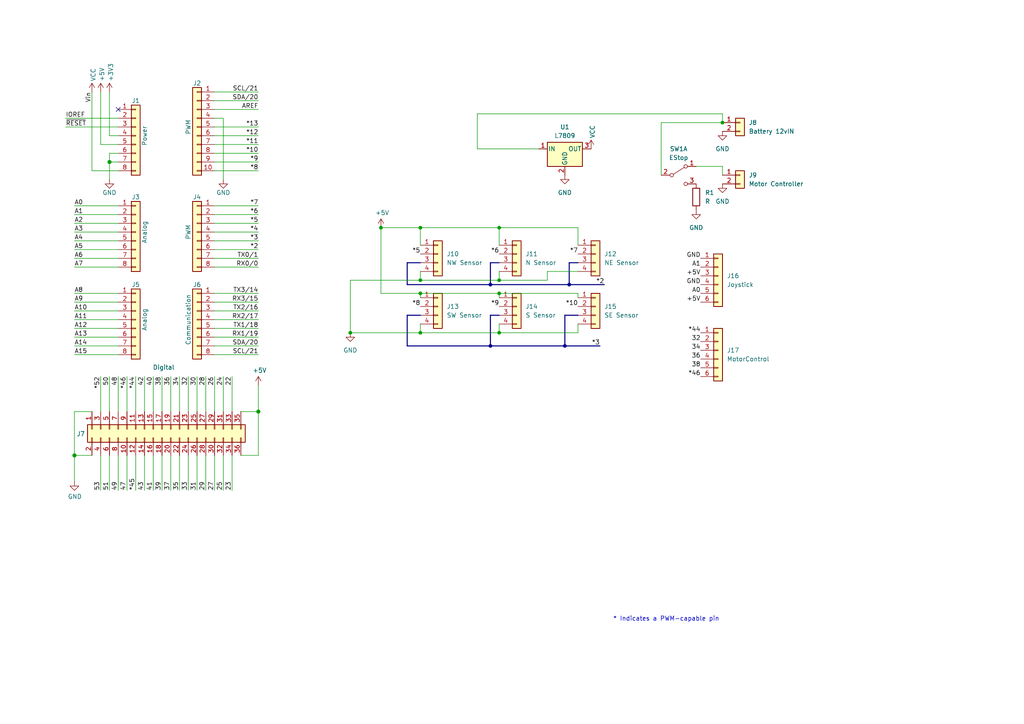
<source format=kicad_sch>
(kicad_sch (version 20230121) (generator eeschema)
  (paper "A4")
  (title_block (date "mar. 31 mars 2015"))
  (lib_symbols
    (symbol "Connector_Generic:Conn_01x02" (pin_names (offset 1.016) hide)
      (property "Reference" "J" (at 0 2.54 0))
      (property "Value" "Conn_01x02" (at 0 -5.08 0))
      (symbol "Conn_01x02_1_1"
        (rectangle (start -1.27 -2.413) (end 0 -2.667) (stroke (width 0.1524)))
        (rectangle (start -1.27 0.127) (end 0 -0.127) (stroke (width 0.1524)))
        (rectangle (start -1.27 1.27) (end 1.27 -3.81) (stroke (width 0.254)) (fill (type background)))
        (pin passive line (at -5.08 0 0) (length 3.81) (name "Pin_1") (number "1"))
        (pin passive line (at -5.08 -2.54 0) (length 3.81) (name "Pin_2") (number "2"))
      )
    )
    (symbol "Connector_Generic:Conn_01x04" (pin_names (offset 1.016) hide)
      (property "Reference" "J" (at 0 5.08 0))
      (property "Value" "Conn_01x04" (at 0 -7.62 0))
      (symbol "Conn_01x04_1_1"
        (rectangle (start -1.27 -4.953) (end 0 -5.207) (stroke (width 0.1524)))
        (rectangle (start -1.27 -2.413) (end 0 -2.667) (stroke (width 0.1524)))
        (rectangle (start -1.27 0.127) (end 0 -0.127) (stroke (width 0.1524)))
        (rectangle (start -1.27 2.667) (end 0 2.413) (stroke (width 0.1524)))
        (rectangle (start -1.27 3.81) (end 1.27 -6.35) (stroke (width 0.254)) (fill (type background)))
        (pin passive line (at -5.08 2.54 0) (length 3.81) (name "Pin_1") (number "1"))
        (pin passive line (at -5.08 0 0) (length 3.81) (name "Pin_2") (number "2"))
        (pin passive line (at -5.08 -2.54 0) (length 3.81) (name "Pin_3") (number "3"))
        (pin passive line (at -5.08 -5.08 0) (length 3.81) (name "Pin_4") (number "4"))
      )
    )
    (symbol "Connector_Generic:Conn_01x06" (pin_names (offset 1.016) hide)
      (property "Reference" "J" (at 0 7.62 0))
      (property "Value" "Conn_01x06" (at 0 -10.16 0))
      (symbol "Conn_01x06_1_1"
        (rectangle (start -1.27 -7.493) (end 0 -7.747) (stroke (width 0.1524)))
        (rectangle (start -1.27 -4.953) (end 0 -5.207) (stroke (width 0.1524)))
        (rectangle (start -1.27 -2.413) (end 0 -2.667) (stroke (width 0.1524)))
        (rectangle (start -1.27 0.127) (end 0 -0.127) (stroke (width 0.1524)))
        (rectangle (start -1.27 2.667) (end 0 2.413) (stroke (width 0.1524)))
        (rectangle (start -1.27 5.207) (end 0 4.953) (stroke (width 0.1524)))
        (rectangle (start -1.27 6.35) (end 1.27 -8.89) (stroke (width 0.254)) (fill (type background)))
        (pin passive line (at -5.08 5.08 0) (length 3.81) (name "Pin_1") (number "1"))
        (pin passive line (at -5.08 2.54 0) (length 3.81) (name "Pin_2") (number "2"))
        (pin passive line (at -5.08 0 0) (length 3.81) (name "Pin_3") (number "3"))
        (pin passive line (at -5.08 -2.54 0) (length 3.81) (name "Pin_4") (number "4"))
        (pin passive line (at -5.08 -5.08 0) (length 3.81) (name "Pin_5") (number "5"))
        (pin passive line (at -5.08 -7.62 0) (length 3.81) (name "Pin_6") (number "6"))
      )
    )
    (symbol "Connector_Generic:Conn_01x08" (pin_names (offset 1.016) hide)
      (property "Reference" "J" (at 0 10.16 0))
      (property "Value" "Conn_01x08" (at 0 -12.7 0))
      (symbol "Conn_01x08_1_1"
        (rectangle (start -1.27 -10.033) (end 0 -10.287) (stroke (width 0.1524)))
        (rectangle (start -1.27 -7.493) (end 0 -7.747) (stroke (width 0.1524)))
        (rectangle (start -1.27 -4.953) (end 0 -5.207) (stroke (width 0.1524)))
        (rectangle (start -1.27 -2.413) (end 0 -2.667) (stroke (width 0.1524)))
        (rectangle (start -1.27 0.127) (end 0 -0.127) (stroke (width 0.1524)))
        (rectangle (start -1.27 2.667) (end 0 2.413) (stroke (width 0.1524)))
        (rectangle (start -1.27 5.207) (end 0 4.953) (stroke (width 0.1524)))
        (rectangle (start -1.27 7.747) (end 0 7.493) (stroke (width 0.1524)))
        (rectangle (start -1.27 8.89) (end 1.27 -11.43) (stroke (width 0.254)) (fill (type background)))
        (pin passive line (at -5.08 7.62 0) (length 3.81) (name "Pin_1") (number "1"))
        (pin passive line (at -5.08 5.08 0) (length 3.81) (name "Pin_2") (number "2"))
        (pin passive line (at -5.08 2.54 0) (length 3.81) (name "Pin_3") (number "3"))
        (pin passive line (at -5.08 0 0) (length 3.81) (name "Pin_4") (number "4"))
        (pin passive line (at -5.08 -2.54 0) (length 3.81) (name "Pin_5") (number "5"))
        (pin passive line (at -5.08 -5.08 0) (length 3.81) (name "Pin_6") (number "6"))
        (pin passive line (at -5.08 -7.62 0) (length 3.81) (name "Pin_7") (number "7"))
        (pin passive line (at -5.08 -10.16 0) (length 3.81) (name "Pin_8") (number "8"))
      )
    )
    (symbol "Connector_Generic:Conn_01x10" (pin_names (offset 1.016) hide)
      (property "Reference" "J" (at 0 12.7 0))
      (property "Value" "Conn_01x10" (at 0 -15.24 0))
      (symbol "Conn_01x10_1_1"
        (rectangle (start -1.27 -12.573) (end 0 -12.827) (stroke (width 0.1524)))
        (rectangle (start -1.27 -10.033) (end 0 -10.287) (stroke (width 0.1524)))
        (rectangle (start -1.27 -7.493) (end 0 -7.747) (stroke (width 0.1524)))
        (rectangle (start -1.27 -4.953) (end 0 -5.207) (stroke (width 0.1524)))
        (rectangle (start -1.27 -2.413) (end 0 -2.667) (stroke (width 0.1524)))
        (rectangle (start -1.27 0.127) (end 0 -0.127) (stroke (width 0.1524)))
        (rectangle (start -1.27 2.667) (end 0 2.413) (stroke (width 0.1524)))
        (rectangle (start -1.27 5.207) (end 0 4.953) (stroke (width 0.1524)))
        (rectangle (start -1.27 7.747) (end 0 7.493) (stroke (width 0.1524)))
        (rectangle (start -1.27 10.287) (end 0 10.033) (stroke (width 0.1524)))
        (rectangle (start -1.27 11.43) (end 1.27 -13.97) (stroke (width 0.254)) (fill (type background)))
        (pin passive line (at -5.08 10.16 0) (length 3.81) (name "Pin_1") (number "1"))
        (pin passive line (at -5.08 -12.7 0) (length 3.81) (name "Pin_10") (number "10"))
        (pin passive line (at -5.08 7.62 0) (length 3.81) (name "Pin_2") (number "2"))
        (pin passive line (at -5.08 5.08 0) (length 3.81) (name "Pin_3") (number "3"))
        (pin passive line (at -5.08 2.54 0) (length 3.81) (name "Pin_4") (number "4"))
        (pin passive line (at -5.08 0 0) (length 3.81) (name "Pin_5") (number "5"))
        (pin passive line (at -5.08 -2.54 0) (length 3.81) (name "Pin_6") (number "6"))
        (pin passive line (at -5.08 -5.08 0) (length 3.81) (name "Pin_7") (number "7"))
        (pin passive line (at -5.08 -7.62 0) (length 3.81) (name "Pin_8") (number "8"))
        (pin passive line (at -5.08 -10.16 0) (length 3.81) (name "Pin_9") (number "9"))
      )
    )
    (symbol "Connector_Generic:Conn_02x18_Odd_Even" (pin_names (offset 1.016) hide)
      (property "Reference" "J" (at 1.27 22.86 0))
      (property "Value" "Conn_02x18_Odd_Even" (at 1.27 -25.4 0))
      (symbol "Conn_02x18_Odd_Even_1_1"
        (rectangle (start -1.27 -22.733) (end 0 -22.987) (stroke (width 0.1524)))
        (rectangle (start -1.27 -20.193) (end 0 -20.447) (stroke (width 0.1524)))
        (rectangle (start -1.27 -17.653) (end 0 -17.907) (stroke (width 0.1524)))
        (rectangle (start -1.27 -15.113) (end 0 -15.367) (stroke (width 0.1524)))
        (rectangle (start -1.27 -12.573) (end 0 -12.827) (stroke (width 0.1524)))
        (rectangle (start -1.27 -10.033) (end 0 -10.287) (stroke (width 0.1524)))
        (rectangle (start -1.27 -7.493) (end 0 -7.747) (stroke (width 0.1524)))
        (rectangle (start -1.27 -4.953) (end 0 -5.207) (stroke (width 0.1524)))
        (rectangle (start -1.27 -2.413) (end 0 -2.667) (stroke (width 0.1524)))
        (rectangle (start -1.27 0.127) (end 0 -0.127) (stroke (width 0.1524)))
        (rectangle (start -1.27 2.667) (end 0 2.413) (stroke (width 0.1524)))
        (rectangle (start -1.27 5.207) (end 0 4.953) (stroke (width 0.1524)))
        (rectangle (start -1.27 7.747) (end 0 7.493) (stroke (width 0.1524)))
        (rectangle (start -1.27 10.287) (end 0 10.033) (stroke (width 0.1524)))
        (rectangle (start -1.27 12.827) (end 0 12.573) (stroke (width 0.1524)))
        (rectangle (start -1.27 15.367) (end 0 15.113) (stroke (width 0.1524)))
        (rectangle (start -1.27 17.907) (end 0 17.653) (stroke (width 0.1524)))
        (rectangle (start -1.27 20.447) (end 0 20.193) (stroke (width 0.1524)))
        (rectangle (start -1.27 21.59) (end 3.81 -24.13) (stroke (width 0.254)) (fill (type background)))
        (rectangle (start 3.81 -22.733) (end 2.54 -22.987) (stroke (width 0.1524)))
        (rectangle (start 3.81 -20.193) (end 2.54 -20.447) (stroke (width 0.1524)))
        (rectangle (start 3.81 -17.653) (end 2.54 -17.907) (stroke (width 0.1524)))
        (rectangle (start 3.81 -15.113) (end 2.54 -15.367) (stroke (width 0.1524)))
        (rectangle (start 3.81 -12.573) (end 2.54 -12.827) (stroke (width 0.1524)))
        (rectangle (start 3.81 -10.033) (end 2.54 -10.287) (stroke (width 0.1524)))
        (rectangle (start 3.81 -7.493) (end 2.54 -7.747) (stroke (width 0.1524)))
        (rectangle (start 3.81 -4.953) (end 2.54 -5.207) (stroke (width 0.1524)))
        (rectangle (start 3.81 -2.413) (end 2.54 -2.667) (stroke (width 0.1524)))
        (rectangle (start 3.81 0.127) (end 2.54 -0.127) (stroke (width 0.1524)))
        (rectangle (start 3.81 2.667) (end 2.54 2.413) (stroke (width 0.1524)))
        (rectangle (start 3.81 5.207) (end 2.54 4.953) (stroke (width 0.1524)))
        (rectangle (start 3.81 7.747) (end 2.54 7.493) (stroke (width 0.1524)))
        (rectangle (start 3.81 10.287) (end 2.54 10.033) (stroke (width 0.1524)))
        (rectangle (start 3.81 12.827) (end 2.54 12.573) (stroke (width 0.1524)))
        (rectangle (start 3.81 15.367) (end 2.54 15.113) (stroke (width 0.1524)))
        (rectangle (start 3.81 17.907) (end 2.54 17.653) (stroke (width 0.1524)))
        (rectangle (start 3.81 20.447) (end 2.54 20.193) (stroke (width 0.1524)))
        (pin passive line (at -5.08 20.32 0) (length 3.81) (name "Pin_1") (number "1"))
        (pin passive line (at 7.62 10.16 180) (length 3.81) (name "Pin_10") (number "10"))
        (pin passive line (at -5.08 7.62 0) (length 3.81) (name "Pin_11") (number "11"))
        (pin passive line (at 7.62 7.62 180) (length 3.81) (name "Pin_12") (number "12"))
        (pin passive line (at -5.08 5.08 0) (length 3.81) (name "Pin_13") (number "13"))
        (pin passive line (at 7.62 5.08 180) (length 3.81) (name "Pin_14") (number "14"))
        (pin passive line (at -5.08 2.54 0) (length 3.81) (name "Pin_15") (number "15"))
        (pin passive line (at 7.62 2.54 180) (length 3.81) (name "Pin_16") (number "16"))
        (pin passive line (at -5.08 0 0) (length 3.81) (name "Pin_17") (number "17"))
        (pin passive line (at 7.62 0 180) (length 3.81) (name "Pin_18") (number "18"))
        (pin passive line (at -5.08 -2.54 0) (length 3.81) (name "Pin_19") (number "19"))
        (pin passive line (at 7.62 20.32 180) (length 3.81) (name "Pin_2") (number "2"))
        (pin passive line (at 7.62 -2.54 180) (length 3.81) (name "Pin_20") (number "20"))
        (pin passive line (at -5.08 -5.08 0) (length 3.81) (name "Pin_21") (number "21"))
        (pin passive line (at 7.62 -5.08 180) (length 3.81) (name "Pin_22") (number "22"))
        (pin passive line (at -5.08 -7.62 0) (length 3.81) (name "Pin_23") (number "23"))
        (pin passive line (at 7.62 -7.62 180) (length 3.81) (name "Pin_24") (number "24"))
        (pin passive line (at -5.08 -10.16 0) (length 3.81) (name "Pin_25") (number "25"))
        (pin passive line (at 7.62 -10.16 180) (length 3.81) (name "Pin_26") (number "26"))
        (pin passive line (at -5.08 -12.7 0) (length 3.81) (name "Pin_27") (number "27"))
        (pin passive line (at 7.62 -12.7 180) (length 3.81) (name "Pin_28") (number "28"))
        (pin passive line (at -5.08 -15.24 0) (length 3.81) (name "Pin_29") (number "29"))
        (pin passive line (at -5.08 17.78 0) (length 3.81) (name "Pin_3") (number "3"))
        (pin passive line (at 7.62 -15.24 180) (length 3.81) (name "Pin_30") (number "30"))
        (pin passive line (at -5.08 -17.78 0) (length 3.81) (name "Pin_31") (number "31"))
        (pin passive line (at 7.62 -17.78 180) (length 3.81) (name "Pin_32") (number "32"))
        (pin passive line (at -5.08 -20.32 0) (length 3.81) (name "Pin_33") (number "33"))
        (pin passive line (at 7.62 -20.32 180) (length 3.81) (name "Pin_34") (number "34"))
        (pin passive line (at -5.08 -22.86 0) (length 3.81) (name "Pin_35") (number "35"))
        (pin passive line (at 7.62 -22.86 180) (length 3.81) (name "Pin_36") (number "36"))
        (pin passive line (at 7.62 17.78 180) (length 3.81) (name "Pin_4") (number "4"))
        (pin passive line (at -5.08 15.24 0) (length 3.81) (name "Pin_5") (number "5"))
        (pin passive line (at 7.62 15.24 180) (length 3.81) (name "Pin_6") (number "6"))
        (pin passive line (at -5.08 12.7 0) (length 3.81) (name "Pin_7") (number "7"))
        (pin passive line (at 7.62 12.7 180) (length 3.81) (name "Pin_8") (number "8"))
        (pin passive line (at -5.08 10.16 0) (length 3.81) (name "Pin_9") (number "9"))
      )
    )
    (symbol "Device:R" (pin_numbers hide) (pin_names (offset 0))
      (property "Reference" "R" (at 2.032 0 90))
      (property "Value" "R" (at 0 0 90))
      (symbol "R_0_1"
        (rectangle (start -1.016 -2.54) (end 1.016 2.54) (stroke (width 0.254)))
      )
      (symbol "R_1_1"
        (pin passive line (at 0 3.81 270) (length 1.27) (name "~") (number "1"))
        (pin passive line (at 0 -3.81 90) (length 1.27) (name "~") (number "2"))
      )
    )
    (symbol "GND_1" (power) (pin_names (offset 0))
      (property "Value" "GND_1" (at 0 -3.81 0))
      (symbol "GND_1_0_1"
        (polyline (pts (xy 0 0) (xy 0 -1.27) (xy 1.27 -1.27) (xy 0 -2.54) (xy -1.27 -1.27) (xy 0 -1.27)))
      )
      (symbol "GND_1_1_1"
        (pin power_in line (at 0 0 270) (length 0) hide (name "GND") (number "1"))
      )
    )
    (symbol "GND_2" (power) (pin_names (offset 0))
      (property "Value" "GND_2" (at 0 -3.81 0))
      (symbol "GND_2_0_1"
        (polyline (pts (xy 0 0) (xy 0 -1.27) (xy 1.27 -1.27) (xy 0 -2.54) (xy -1.27 -1.27) (xy 0 -1.27)))
      )
      (symbol "GND_2_1_1"
        (pin power_in line (at 0 0 270) (length 0) hide (name "GND") (number "1"))
      )
    )
    (symbol "GND_3" (power) (pin_names (offset 0))
      (property "Value" "GND_3" (at 0 -3.81 0))
      (symbol "GND_3_0_1"
        (polyline (pts (xy 0 0) (xy 0 -1.27) (xy 1.27 -1.27) (xy 0 -2.54) (xy -1.27 -1.27) (xy 0 -1.27)))
      )
      (symbol "GND_3_1_1"
        (pin power_in line (at 0 0 270) (length 0) hide (name "GND") (number "1"))
      )
    )
    (symbol "GND_4" (power) (pin_names (offset 0))
      (property "Value" "GND_4" (at 0 -3.81 0))
      (symbol "GND_4_0_1"
        (polyline (pts (xy 0 0) (xy 0 -1.27) (xy 1.27 -1.27) (xy 0 -2.54) (xy -1.27 -1.27) (xy 0 -1.27)))
      )
      (symbol "GND_4_1_1"
        (pin power_in line (at 0 0 270) (length 0) hide (name "GND") (number "1"))
      )
    )
    (symbol "GND_5" (power) (pin_names (offset 0))
      (property "Value" "GND_5" (at 0 -3.81 0))
      (symbol "GND_5_0_1"
        (polyline (pts (xy 0 0) (xy 0 -1.27) (xy 1.27 -1.27) (xy 0 -2.54) (xy -1.27 -1.27) (xy 0 -1.27)))
      )
      (symbol "GND_5_1_1"
        (pin power_in line (at 0 0 270) (length 0) hide (name "GND") (number "1"))
      )
    )
    (symbol "Regulator_Linear:L7809" (pin_names (offset 0.254))
      (property "Reference" "U" (at -3.81 3.175 0))
      (property "Value" "L7809" (at 0 3.175 0))
      (symbol "L7809_0_1"
        (rectangle (start -5.08 1.905) (end 5.08 -5.08) (stroke (width 0.254)) (fill (type background)))
      )
      (symbol "L7809_1_1"
        (pin power_in line (at -7.62 0 0) (length 2.54) (name "IN") (number "1"))
        (pin power_in line (at 0 -7.62 90) (length 2.54) (name "GND") (number "2"))
        (pin power_out line (at 7.62 0 180) (length 2.54) (name "OUT") (number "3"))
      )
    )
    (symbol "Switch:SW_DPDT_x2" (pin_names (offset 0) hide)
      (property "Reference" "SW" (at 0 4.318 0))
      (property "Value" "SW_DPDT_x2" (at 0 -5.08 0))
      (symbol "SW_DPDT_x2_0_0"
        (circle (center -2.032 0) (radius 0.508))
        (circle (center 2.032 -2.54) (radius 0.508))
      )
      (symbol "SW_DPDT_x2_0_1"
        (polyline (pts (xy -1.524 0.254) (xy 1.651 2.286)))
        (circle (center 2.032 2.54) (radius 0.508))
      )
      (symbol "SW_DPDT_x2_1_1"
        (pin passive line (at 5.08 2.54 180) (length 2.54) (name "A") (number "1"))
        (pin passive line (at -5.08 0 0) (length 2.54) (name "B") (number "2"))
        (pin passive line (at 5.08 -2.54 180) (length 2.54) (name "C") (number "3"))
      )
      (symbol "SW_DPDT_x2_2_1"
        (pin passive line (at 5.08 2.54 180) (length 2.54) (name "A") (number "4"))
        (pin passive line (at -5.08 0 0) (length 2.54) (name "B") (number "5"))
        (pin passive line (at 5.08 -2.54 180) (length 2.54) (name "C") (number "6"))
      )
    )
    (symbol "power:+3V3" (power) (pin_names (offset 0))
      (property "Value" "+3V3" (at 0 3.556 0))
      (symbol "+3V3_0_1"
        (polyline (pts (xy -0.762 1.27) (xy 0 2.54)))
        (polyline (pts (xy 0 0) (xy 0 2.54)))
        (polyline (pts (xy 0 2.54) (xy 0.762 1.27)))
      )
      (symbol "+3V3_1_1"
        (pin power_in line (at 0 0 90) (length 0) hide (name "+3V3") (number "1"))
      )
    )
    (symbol "power:+5V" (power) (pin_names (offset 0))
      (property "Value" "+5V" (at 0 3.556 0))
      (symbol "+5V_0_1"
        (polyline (pts (xy -0.762 1.27) (xy 0 2.54)))
        (polyline (pts (xy 0 0) (xy 0 2.54)))
        (polyline (pts (xy 0 2.54) (xy 0.762 1.27)))
      )
      (symbol "+5V_1_1"
        (pin power_in line (at 0 0 90) (length 0) hide (name "+5V") (number "1"))
      )
    )
    (symbol "power:GND" (power) (pin_names (offset 0))
      (property "Value" "GND" (at 0 -3.81 0))
      (symbol "GND_0_1"
        (polyline (pts (xy 0 0) (xy 0 -1.27) (xy 1.27 -1.27) (xy 0 -2.54) (xy -1.27 -1.27) (xy 0 -1.27)))
      )
      (symbol "GND_1_1"
        (pin power_in line (at 0 0 270) (length 0) hide (name "GND") (number "1"))
      )
    )
    (symbol "power:VCC" (power) (pin_names (offset 0))
      (property "Value" "VCC" (at 0 3.81 0))
      (symbol "VCC_0_1"
        (polyline (pts (xy -0.762 1.27) (xy 0 2.54)))
        (polyline (pts (xy 0 0) (xy 0 2.54)))
        (polyline (pts (xy 0 2.54) (xy 0.762 1.27)))
      )
      (symbol "VCC_1_1"
        (pin power_in line (at 0 0 90) (length 0) hide (name "VCC") (number "1"))
      )
    )
  )
  (junction (at 21.59 132.08) (diameter 1.016))
  (junction (at 121.92 81.28))
  (junction (at 121.92 85.09))
  (junction (at 163.83 100.33))
  (junction (at 209.55 35.56))
  (junction (at 31.75 46.99) (diameter 1.016))
  (junction (at 142.24 100.33))
  (junction (at 144.78 66.04))
  (junction (at 121.92 96.52))
  (junction (at 144.78 85.09))
  (junction (at 110.49 66.04))
  (junction (at 165.1 82.55))
  (junction (at 121.92 66.04))
  (junction (at 142.24 82.55))
  (junction (at 144.78 96.52))
  (junction (at 144.78 81.28))
  (junction (at 101.6 96.52))
  (junction (at 74.93 119.38) (diameter 1.016))
  (no_connect (at 34.29 31.75))
  (wire (pts (xy 62.23 77.47) (xy 74.93 77.47)))
  (wire (pts (xy 21.59 77.47) (xy 34.29 77.47)))
  (wire (pts (xy 138.43 33.02) (xy 138.43 43.18)))
  (wire (pts (xy 62.23 44.45) (xy 74.93 44.45)))
  (wire (pts (xy 44.45 109.22) (xy 44.45 119.38)))
  (bus (pts (xy 165.1 76.2) (xy 167.64 76.2)))
  (wire (pts (xy 62.23 26.67) (xy 74.93 26.67)))
  (bus (pts (xy 121.92 91.44) (xy 118.11 91.44)))
  (wire (pts (xy 46.99 109.22) (xy 46.99 119.38)))
  (wire (pts (xy 74.93 119.38) (xy 74.93 132.08)))
  (wire (pts (xy 144.78 66.04) (xy 167.64 66.04)))
  (wire (pts (xy 138.43 33.02) (xy 209.55 33.02)))
  (wire (pts (xy 26.67 119.38) (xy 21.59 119.38)))
  (wire (pts (xy 121.92 66.04) (xy 144.78 66.04)))
  (wire (pts (xy 101.6 96.52) (xy 121.92 96.52)))
  (wire (pts (xy 62.23 90.17) (xy 74.93 90.17)))
  (wire (pts (xy 31.75 44.45) (xy 31.75 46.99)))
  (wire (pts (xy 49.53 132.08) (xy 49.53 142.24)))
  (wire (pts (xy 21.59 72.39) (xy 34.29 72.39)))
  (wire (pts (xy 54.61 109.22) (xy 54.61 119.38)))
  (wire (pts (xy 31.75 109.22) (xy 31.75 119.38)))
  (wire (pts (xy 67.31 109.22) (xy 67.31 119.38)))
  (bus (pts (xy 165.1 82.55) (xy 175.26 82.55)))
  (wire (pts (xy 121.92 85.09) (xy 121.92 86.36)))
  (wire (pts (xy 31.75 46.99) (xy 31.75 52.07)))
  (bus (pts (xy 118.11 76.2) (xy 118.11 82.55)))
  (wire (pts (xy 62.23 132.08) (xy 62.23 142.24)))
  (wire (pts (xy 31.75 39.37) (xy 34.29 39.37)))
  (wire (pts (xy 41.91 109.22) (xy 41.91 119.38)))
  (wire (pts (xy 167.64 78.74) (xy 158.75 78.74)))
  (wire (pts (xy 29.21 41.91) (xy 34.29 41.91)))
  (wire (pts (xy 52.07 132.08) (xy 52.07 142.24)))
  (bus (pts (xy 165.1 82.55) (xy 165.1 76.2)))
  (wire (pts (xy 29.21 26.67) (xy 29.21 41.91)))
  (wire (pts (xy 21.59 102.87) (xy 34.29 102.87)))
  (wire (pts (xy 36.83 132.08) (xy 36.83 142.24)))
  (wire (pts (xy 59.69 132.08) (xy 59.69 142.24)))
  (wire (pts (xy 62.23 36.83) (xy 74.93 36.83)))
  (wire (pts (xy 31.75 26.67) (xy 31.75 39.37)))
  (wire (pts (xy 62.23 59.69) (xy 74.93 59.69)))
  (wire (pts (xy 34.29 59.69) (xy 21.59 59.69)))
  (wire (pts (xy 62.23 39.37) (xy 74.93 39.37)))
  (wire (pts (xy 34.29 100.33) (xy 21.59 100.33)))
  (bus (pts (xy 118.11 100.33) (xy 142.24 100.33)))
  (wire (pts (xy 62.23 62.23) (xy 74.93 62.23)))
  (wire (pts (xy 110.49 66.04) (xy 121.92 66.04)))
  (bus (pts (xy 142.24 91.44) (xy 142.24 100.33)))
  (wire (pts (xy 62.23 97.79) (xy 74.93 97.79)))
  (wire (pts (xy 121.92 66.04) (xy 121.92 71.12)))
  (wire (pts (xy 52.07 109.22) (xy 52.07 119.38)))
  (wire (pts (xy 21.59 119.38) (xy 21.59 132.08)))
  (wire (pts (xy 36.83 109.22) (xy 36.83 119.38)))
  (wire (pts (xy 26.67 132.08) (xy 21.59 132.08)))
  (wire (pts (xy 144.78 85.09) (xy 144.78 86.36)))
  (wire (pts (xy 62.23 46.99) (xy 74.93 46.99)))
  (wire (pts (xy 59.69 109.22) (xy 59.69 119.38)))
  (wire (pts (xy 57.15 109.22) (xy 57.15 119.38)))
  (wire (pts (xy 39.37 132.08) (xy 39.37 142.24)))
  (wire (pts (xy 57.15 132.08) (xy 57.15 142.24)))
  (wire (pts (xy 34.29 132.08) (xy 34.29 142.24)))
  (wire (pts (xy 64.77 109.22) (xy 64.77 119.38)))
  (wire (pts (xy 110.49 85.09) (xy 110.49 66.04)))
  (wire (pts (xy 62.23 67.31) (xy 74.93 67.31)))
  (wire (pts (xy 44.45 132.08) (xy 44.45 142.24)))
  (wire (pts (xy 39.37 109.22) (xy 39.37 119.38)))
  (bus (pts (xy 167.64 91.44) (xy 163.83 91.44)))
  (bus (pts (xy 144.78 76.2) (xy 142.24 76.2)))
  (bus (pts (xy 142.24 76.2) (xy 142.24 82.55)))
  (wire (pts (xy 19.05 34.29) (xy 34.29 34.29)))
  (wire (pts (xy 138.43 43.18) (xy 156.21 43.18)))
  (wire (pts (xy 121.92 78.74) (xy 121.92 81.28)))
  (wire (pts (xy 62.23 87.63) (xy 74.93 87.63)))
  (wire (pts (xy 74.93 111.76) (xy 74.93 119.38)))
  (wire (pts (xy 64.77 34.29) (xy 64.77 52.07)))
  (wire (pts (xy 62.23 102.87) (xy 74.93 102.87)))
  (bus (pts (xy 118.11 82.55) (xy 142.24 82.55)))
  (bus (pts (xy 142.24 82.55) (xy 165.1 82.55)))
  (wire (pts (xy 62.23 31.75) (xy 74.93 31.75)))
  (wire (pts (xy 167.64 86.36) (xy 167.64 85.09)))
  (wire (pts (xy 69.85 119.38) (xy 74.93 119.38)))
  (wire (pts (xy 62.23 95.25) (xy 74.93 95.25)))
  (wire (pts (xy 21.59 92.71) (xy 34.29 92.71)))
  (wire (pts (xy 121.92 93.98) (xy 121.92 96.52)))
  (wire (pts (xy 34.29 64.77) (xy 21.59 64.77)))
  (wire (pts (xy 19.05 36.83) (xy 34.29 36.83)))
  (wire (pts (xy 62.23 85.09) (xy 74.93 85.09)))
  (wire (pts (xy 34.29 46.99) (xy 31.75 46.99)))
  (wire (pts (xy 101.6 81.28) (xy 101.6 96.52)))
  (wire (pts (xy 144.78 81.28) (xy 144.78 78.74)))
  (bus (pts (xy 142.24 100.33) (xy 163.83 100.33)))
  (bus (pts (xy 163.83 100.33) (xy 173.99 100.33)))
  (wire (pts (xy 34.29 49.53) (xy 26.67 49.53)))
  (wire (pts (xy 29.21 109.22) (xy 29.21 119.38)))
  (wire (pts (xy 209.55 48.26) (xy 209.55 50.8)))
  (wire (pts (xy 21.59 62.23) (xy 34.29 62.23)))
  (wire (pts (xy 158.75 81.28) (xy 144.78 81.28)))
  (wire (pts (xy 121.92 96.52) (xy 144.78 96.52)))
  (wire (pts (xy 144.78 93.98) (xy 144.78 96.52)))
  (wire (pts (xy 31.75 132.08) (xy 31.75 142.24)))
  (wire (pts (xy 121.92 81.28) (xy 101.6 81.28)))
  (bus (pts (xy 121.92 76.2) (xy 118.11 76.2)))
  (wire (pts (xy 54.61 132.08) (xy 54.61 142.24)))
  (wire (pts (xy 34.29 90.17) (xy 21.59 90.17)))
  (wire (pts (xy 121.92 85.09) (xy 110.49 85.09)))
  (wire (pts (xy 191.77 35.56) (xy 191.77 50.8)))
  (wire (pts (xy 29.21 132.08) (xy 29.21 142.24)))
  (wire (pts (xy 62.23 92.71) (xy 74.93 92.71)))
  (wire (pts (xy 62.23 34.29) (xy 64.77 34.29)))
  (wire (pts (xy 46.99 132.08) (xy 46.99 142.24)))
  (wire (pts (xy 34.29 44.45) (xy 31.75 44.45)))
  (wire (pts (xy 21.59 97.79) (xy 34.29 97.79)))
  (wire (pts (xy 62.23 109.22) (xy 62.23 119.38)))
  (wire (pts (xy 62.23 41.91) (xy 74.93 41.91)))
  (wire (pts (xy 49.53 109.22) (xy 49.53 119.38)))
  (wire (pts (xy 21.59 87.63) (xy 34.29 87.63)))
  (wire (pts (xy 144.78 96.52) (xy 167.64 96.52)))
  (wire (pts (xy 201.93 48.26) (xy 209.55 48.26)))
  (wire (pts (xy 62.23 64.77) (xy 74.93 64.77)))
  (wire (pts (xy 144.78 81.28) (xy 121.92 81.28)))
  (wire (pts (xy 21.59 67.31) (xy 34.29 67.31)))
  (wire (pts (xy 34.29 109.22) (xy 34.29 119.38)))
  (bus (pts (xy 144.78 91.44) (xy 142.24 91.44)))
  (wire (pts (xy 167.64 71.12) (xy 167.64 66.04)))
  (wire (pts (xy 62.23 100.33) (xy 74.93 100.33)))
  (wire (pts (xy 158.75 78.74) (xy 158.75 81.28)))
  (wire (pts (xy 74.93 132.08) (xy 69.85 132.08)))
  (wire (pts (xy 34.29 85.09) (xy 21.59 85.09)))
  (wire (pts (xy 67.31 132.08) (xy 67.31 142.24)))
  (bus (pts (xy 163.83 91.44) (xy 163.83 100.33)))
  (wire (pts (xy 62.23 29.21) (xy 74.93 29.21)))
  (wire (pts (xy 64.77 132.08) (xy 64.77 142.24)))
  (wire (pts (xy 62.23 72.39) (xy 74.93 72.39)))
  (wire (pts (xy 209.55 33.02) (xy 209.55 35.56)))
  (wire (pts (xy 167.64 93.98) (xy 167.64 96.52)))
  (wire (pts (xy 62.23 69.85) (xy 74.93 69.85)))
  (wire (pts (xy 144.78 71.12) (xy 144.78 66.04)))
  (wire (pts (xy 41.91 132.08) (xy 41.91 142.24)))
  (wire (pts (xy 209.55 35.56) (xy 191.77 35.56)))
  (wire (pts (xy 62.23 74.93) (xy 74.93 74.93)))
  (wire (pts (xy 34.29 95.25) (xy 21.59 95.25)))
  (wire (pts (xy 26.67 49.53) (xy 26.67 26.67)))
  (wire (pts (xy 21.59 132.08) (xy 21.59 139.7)))
  (wire (pts (xy 34.29 74.93) (xy 21.59 74.93)))
  (wire (pts (xy 34.29 69.85) (xy 21.59 69.85)))
  (wire (pts (xy 167.64 85.09) (xy 144.78 85.09)))
  (wire (pts (xy 62.23 49.53) (xy 74.93 49.53)))
  (wire (pts (xy 144.78 85.09) (xy 121.92 85.09)))
  (bus (pts (xy 118.11 91.44) (xy 118.11 100.33)))
  (text "* Indicates a PWM-capable pin" (at 177.8 180.34 0) (effects (font (size 1.27 1.27)) (justify left bottom)))
  (label "A10" (at 21.59 90.17 0))
  (label "RX0{slash}0" (at 74.93 77.47 180))
  (label "A15" (at 21.59 102.87 0))
  (label "A2" (at 21.59 64.77 0))
  (label "RX2{slash}17" (at 74.93 92.71 180))
  (label "*9" (at 144.78 88.9 180))
  (label "*4" (at 74.93 67.31 180))
  (label "SDA{slash}20" (at 74.93 100.33 180))
  (label "*10" (at 167.64 88.9 180))
  (label "26" (at 62.23 109.22 270))
  (label "*6" (at 144.78 73.66 180))
  (label "36" (at 203.2 104.14 180))
  (label "31" (at 57.15 142.24 90))
  (label "22" (at 67.31 109.22 270))
  (label "*8" (at 121.92 88.9 180))
  (label "33" (at 54.61 142.24 90))
  (label "36" (at 49.53 109.22 270))
  (label "*2" (at 74.93 72.39 180))
  (label "+5V" (at 203.2 87.63 180))
  (label "TX1{slash}18" (at 74.93 95.25 180))
  (label "*44" (at 39.37 109.22 270))
  (label "A3" (at 21.59 67.31 0))
  (label "*13" (at 74.93 36.83 180))
  (label "GND" (at 203.2 74.93 180))
  (label "*52" (at 29.21 109.22 270))
  (label "*12" (at 74.93 39.37 180))
  (label "40" (at 44.45 109.22 270))
  (label "38" (at 203.2 106.68 180))
  (label "~{RESET}" (at 19.05 36.83 0))
  (label "35" (at 52.07 142.24 90))
  (label "*10" (at 74.93 44.45 180))
  (label "GND" (at 203.2 82.55 180))
  (label "+5V" (at 203.2 80.01 180))
  (label "28" (at 59.69 109.22 270))
  (label "23" (at 67.31 142.24 90))
  (label "*7" (at 167.64 73.66 180))
  (label "29" (at 59.69 142.24 90))
  (label "A13" (at 21.59 97.79 0))
  (label "*2" (at 175.26 82.55 180))
  (label "41" (at 44.45 142.24 90))
  (label "30" (at 57.15 109.22 270))
  (label "47" (at 36.83 142.24 90))
  (label "34" (at 52.07 109.22 270))
  (label "*44" (at 203.2 96.52 180))
  (label "*45" (at 39.37 142.24 90))
  (label "34" (at 203.2 101.6 180))
  (label "38" (at 46.99 109.22 270))
  (label "51" (at 31.75 142.24 90))
  (label "*7" (at 74.93 59.69 180))
  (label "SDA{slash}20" (at 74.93 29.21 180))
  (label "*8" (at 74.93 49.53 180))
  (label "*46" (at 203.2 109.22 180))
  (label "A9" (at 21.59 87.63 0))
  (label "*11" (at 74.93 41.91 180))
  (label "*3" (at 74.93 69.85 180))
  (label "A6" (at 21.59 74.93 0))
  (label "42" (at 41.91 109.22 270))
  (label "32" (at 203.2 99.06 180))
  (label "A1" (at 21.59 62.23 0))
  (label "53" (at 29.21 142.24 90))
  (label "TX0{slash}1" (at 74.93 74.93 180))
  (label "24" (at 64.77 109.22 270))
  (label "RX1{slash}19" (at 74.93 97.79 180))
  (label "A0" (at 21.59 59.69 0))
  (label "A0" (at 203.2 85.09 180))
  (label "AREF" (at 74.93 31.75 180))
  (label "A14" (at 21.59 100.33 0))
  (label "39" (at 46.99 142.24 90))
  (label "A8" (at 21.59 85.09 0))
  (label "*3" (at 173.99 100.33 180))
  (label "Vin" (at 26.67 26.67 270))
  (label "27" (at 62.23 142.24 90))
  (label "37" (at 49.53 142.24 90))
  (label "25" (at 64.77 142.24 90))
  (label "*6" (at 74.93 62.23 180))
  (label "*46" (at 36.83 109.22 270))
  (label "SCL{slash}21" (at 74.93 26.67 180))
  (label "*5" (at 121.92 73.66 180))
  (label "*9" (at 74.93 46.99 180))
  (label "A1" (at 203.2 77.47 180))
  (label "50" (at 31.75 109.22 270))
  (label "TX2{slash}16" (at 74.93 90.17 180))
  (label "*5" (at 74.93 64.77 180))
  (label "IOREF" (at 19.05 34.29 0))
  (label "A7" (at 21.59 77.47 0))
  (label "A11" (at 21.59 92.71 0))
  (label "A4" (at 21.59 69.85 0))
  (label "49" (at 34.29 142.24 90))
  (label "A5" (at 21.59 72.39 0))
  (label "RX3{slash}15" (at 74.93 87.63 180))
  (label "TX3{slash}14" (at 74.93 85.09 180))
  (label "32" (at 54.61 109.22 270))
  (label "43" (at 41.91 142.24 90))
  (label "A12" (at 21.59 95.25 0))
  (label "SCL{slash}21" (at 74.93 102.87 180))
  (label "48" (at 34.29 109.22 270))
  (symbol (lib_id "Connector_Generic:Conn_01x08") (at 39.37 39.37 0) (unit 1)
    (property "Reference" "J1" (at 39.37 29.21 0))
    (property "Value" "Power" (at 41.91 39.37 90))
    (property "Footprint" "Connector_PinSocket_2.54mm:PinSocket_1x08_P2.54mm_Vertical" (effects hide))
  )
  (symbol (lib_id "power:+3V3") (at 31.75 26.67 0) (unit 1)
    (property "Reference" "#PWR03" (effects hide))
    (property "Value" "+3.3V" (at 32.131 23.622 90) (effects (justify left)))
  )
  (symbol (lib_id "power:+5V") (at 29.21 26.67 0) (unit 1)
    (property "Reference" "#PWR02" (effects hide))
    (property "Value" "+5V" (at 29.5656 23.622 90) (effects (justify left)))
  )
  (symbol (lib_id "power:GND") (at 31.75 52.07 0) (unit 1)
    (property "Reference" "#PWR04" (effects hide))
    (property "Value" "GND" (at 31.75 55.88 0))
  )
  (symbol (lib_id "Connector_Generic:Conn_01x10") (at 57.15 36.83 0) (mirror y) (unit 1)
    (property "Reference" "J2" (at 57.15 24.13 0))
    (property "Value" "PWM" (at 54.61 36.83 90))
    (property "Footprint" "Connector_PinSocket_2.54mm:PinSocket_1x10_P2.54mm_Vertical" (effects hide))
  )
  (symbol (lib_id "power:GND") (at 64.77 52.07 0) (unit 1)
    (property "Reference" "#PWR05" (effects hide))
    (property "Value" "GND" (at 64.77 55.88 0))
  )
  (symbol (lib_id "Connector_Generic:Conn_01x08") (at 39.37 67.31 0) (unit 1)
    (property "Reference" "J3" (at 39.37 57.15 0))
    (property "Value" "Analog" (at 41.91 67.31 90))
    (property "Footprint" "Connector_PinSocket_2.54mm:PinSocket_1x08_P2.54mm_Vertical" (effects hide))
  )
  (symbol (lib_id "Connector_Generic:Conn_01x08") (at 57.15 67.31 0) (mirror y) (unit 1)
    (property "Reference" "J4" (at 57.15 57.15 0))
    (property "Value" "PWM" (at 54.61 67.31 90))
    (property "Footprint" "Connector_PinSocket_2.54mm:PinSocket_1x08_P2.54mm_Vertical" (effects hide))
  )
  (symbol (lib_id "Connector_Generic:Conn_01x08") (at 39.37 92.71 0) (unit 1)
    (property "Reference" "J5" (at 39.37 82.55 0))
    (property "Value" "Analog" (at 41.91 92.71 90))
    (property "Footprint" "Connector_PinSocket_2.54mm:PinSocket_1x08_P2.54mm_Vertical" (effects hide))
  )
  (symbol (lib_id "Connector_Generic:Conn_01x08") (at 57.15 92.71 0) (mirror y) (unit 1)
    (property "Reference" "J6" (at 57.15 82.55 0))
    (property "Value" "Communication" (at 54.61 92.71 90))
    (property "Footprint" "Connector_PinSocket_2.54mm:PinSocket_1x08_P2.54mm_Vertical" (effects hide))
  )
  (symbol (lib_id "Connector_Generic:Conn_02x18_Odd_Even") (at 46.99 124.46 90) (mirror x) (unit 1)
    (property "Reference" "J7" (at 24.6379 125.8506 90) (effects (justify left)))
    (property "Value" "Digital" (at 47.498 106.553 90))
    (property "Footprint" "Connector_PinSocket_2.54mm:PinSocket_2x18_P2.54mm_Vertical" (effects hide))
  )
  (symbol (lib_id "power:GND") (at 21.59 139.7 0) (unit 1)
    (property "Reference" "#PWR07" (effects hide))
    (property "Value" "GND" (at 21.7043 144.0244 0))
  )
  (symbol (lib_id "power:+5V") (at 74.93 111.76 0) (unit 1)
    (property "Reference" "#PWR06" (effects hide))
    (property "Value" "+5V" (at 75.2983 107.4356 0))
  )
  (symbol (lib_id "Connector_Generic:Conn_01x04") (at 172.72 88.9 0) (unit 1)
    (property "Reference" "J15" (at 175.26 88.9 0) (effects (justify left)))
    (property "Value" "SE Sensor" (at 175.26 91.44 0) (effects (justify left)))
    (property "Footprint" "Connector_PinHeader_2.54mm:PinHeader_1x04_P2.54mm_Vertical" (effects hide))
  )
  (symbol (lib_name "GND_2") (lib_id "power:GND") (at 209.55 38.1 0) (unit 1)
    (property "Reference" "#PWR09" (effects hide))
    (property "Value" "GND" (at 209.55 43.18 0))
  )
  (symbol (lib_id "Connector_Generic:Conn_01x06") (at 208.28 101.6 0) (unit 1)
    (property "Reference" "J17" (at 210.82 101.6 0) (effects (justify left)))
    (property "Value" "MotorControl" (at 210.82 104.14 0) (effects (justify left)))
    (property "Footprint" "Connector_PinHeader_2.54mm:PinHeader_1x06_P2.54mm_Vertical" (effects hide))
  )
  (symbol (lib_id "Connector_Generic:Conn_01x02") (at 214.63 50.8 0) (unit 1)
    (property "Reference" "J9" (at 217.17 50.8 0) (effects (justify left)))
    (property "Value" "Motor Controller " (at 217.17 53.34 0) (effects (justify left)))
    (property "Footprint" "Connector_Phoenix_MC_HighVoltage:PhoenixContact_MCV_1,5_2-G-5.08_1x02_P5.08mm_Vertical" (effects hide))
  )
  (symbol (lib_id "Connector_Generic:Conn_01x04") (at 172.72 73.66 0) (unit 1)
    (property "Reference" "J12" (at 175.26 73.66 0) (effects (justify left)))
    (property "Value" "NE Sensor" (at 175.26 76.2 0) (effects (justify left)))
    (property "Footprint" "Connector_PinHeader_2.54mm:PinHeader_1x04_P2.54mm_Vertical" (effects hide))
  )
  (symbol (lib_id "power:VCC") (at 26.67 26.67 0) (unit 1)
    (property "Reference" "#PWR01" (effects hide))
    (property "Value" "VCC" (at 27.051 23.622 90) (effects (justify left)))
  )
  (symbol (lib_id "power:+5V") (at 110.49 66.04 0) (unit 1)
    (property "Reference" "#PWR012" (effects hide))
    (property "Value" "+5V" (at 110.8583 61.7156 0))
  )
  (symbol (lib_id "Connector_Generic:Conn_01x04") (at 149.86 88.9 0) (unit 1)
    (property "Reference" "J14" (at 152.4 88.9 0) (effects (justify left)))
    (property "Value" "S Sensor" (at 152.4 91.44 0) (effects (justify left)))
    (property "Footprint" "Connector_PinHeader_2.54mm:PinHeader_1x04_P2.54mm_Vertical" (effects hide))
  )
  (symbol (lib_id "Connector_Generic:Conn_01x04") (at 127 88.9 0) (unit 1)
    (property "Reference" "J13" (at 129.54 88.9 0) (effects (justify left)))
    (property "Value" "SW Sensor" (at 129.54 91.44 0) (effects (justify left)))
    (property "Footprint" "Connector_PinHeader_2.54mm:PinHeader_1x04_P2.54mm_Vertical" (effects hide))
  )
  (symbol (lib_name "GND_5") (lib_id "power:GND") (at 201.93 60.96 0) (unit 1)
    (property "Reference" "#PWR014" (effects hide))
    (property "Value" "GND" (at 201.93 66.04 0))
  )
  (symbol (lib_name "GND_1") (lib_id "power:GND") (at 163.83 50.8 0) (unit 1)
    (property "Reference" "#PWR08" (effects hide))
    (property "Value" "GND" (at 163.83 55.88 0))
  )
  (symbol (lib_name "GND_3") (lib_id "power:GND") (at 209.55 53.34 0) (unit 1)
    (property "Reference" "#PWR010" (effects hide))
    (property "Value" "GND" (at 209.55 58.42 0))
  )
  (symbol (lib_id "Connector_Generic:Conn_01x02") (at 214.63 35.56 0) (unit 1)
    (property "Reference" "J8" (at 217.17 35.56 0) (effects (justify left)))
    (property "Value" "Battery 12vIN" (at 217.17 38.1 0) (effects (justify left)))
    (property "Footprint" "Connector_Phoenix_MC_HighVoltage:PhoenixContact_MCV_1,5_2-G-5.08_1x02_P5.08mm_Vertical" (effects hide))
  )
  (symbol (lib_name "GND_4") (lib_id "power:GND") (at 101.6 96.52 0) (unit 1)
    (property "Reference" "#PWR011" (effects hide))
    (property "Value" "GND" (at 101.6 101.6 0))
  )
  (symbol (lib_id "Connector_Generic:Conn_01x04") (at 149.86 73.66 0) (unit 1)
    (property "Reference" "J11" (at 152.4 73.66 0) (effects (justify left)))
    (property "Value" "N Sensor" (at 152.4 76.2 0) (effects (justify left)))
    (property "Footprint" "Connector_PinHeader_2.54mm:PinHeader_1x04_P2.54mm_Vertical" (effects hide))
  )
  (symbol (lib_id "Switch:SW_DPDT_x2") (at 196.85 50.8 0) (unit 1)
    (property "Reference" "SW1" (at 196.85 43.18 0))
    (property "Value" "EStop" (at 196.85 45.72 0))
    (property "Footprint" "Connector_JST:JST_VH_B3P-VH-B_1x03_P3.96mm_Vertical" (effects hide))
  )
  (symbol (lib_id "Connector_Generic:Conn_01x04") (at 127 73.66 0) (unit 1)
    (property "Reference" "J10" (at 129.54 73.66 0) (effects (justify left)))
    (property "Value" "NW Sensor" (at 129.54 76.2 0) (effects (justify left)))
    (property "Footprint" "Connector_PinHeader_2.54mm:PinHeader_1x04_P2.54mm_Vertical" (effects hide))
  )
  (symbol (lib_id "Regulator_Linear:L7809") (at 163.83 43.18 0) (unit 1)
    (property "Reference" "U1" (at 163.83 36.83 0))
    (property "Value" "L7809" (at 163.83 39.37 0))
    (property "Footprint" "Package_TO_SOT_THT:TO-220-3_Vertical" (effects hide))
    (property "Datasheet" "http://www.st.com/content/ccc/resource/technical/document/datasheet/41/4f/b3/b0/12/d4/47/88/CD00000444.pdf/files/CD00000444.pdf/jcr:content/translations/en.CD00000444.pdf" (effects hide))
  )
  (symbol (lib_id "power:VCC") (at 171.45 43.18 0) (unit 1)
    (property "Reference" "#PWR013" (effects hide))
    (property "Value" "VCC" (at 171.831 40.132 90) (effects (justify left)))
  )
  (symbol (lib_id "Device:R") (at 201.93 57.15 0) (unit 1)
    (property "Reference" "R1" (at 204.47 55.88 0) (effects (justify left)))
    (property "Value" "R" (at 204.47 58.42 0) (effects (justify left)))
    (property "Footprint" "Resistor_THT:R_Axial_DIN0204_L3.6mm_D1.6mm_P7.62mm_Horizontal" (effects hide))
  )
  (symbol (lib_id "Connector_Generic:Conn_01x06") (at 208.28 80.01 0) (unit 1)
    (property "Reference" "J16" (at 210.82 80.01 0) (effects (justify left)))
    (property "Value" "Joystick" (at 210.82 82.55 0) (effects (justify left)))
    (property "Footprint" "Connector_PinHeader_2.54mm:PinHeader_1x06_P2.54mm_Vertical" (effects hide))
  )
)
</source>
